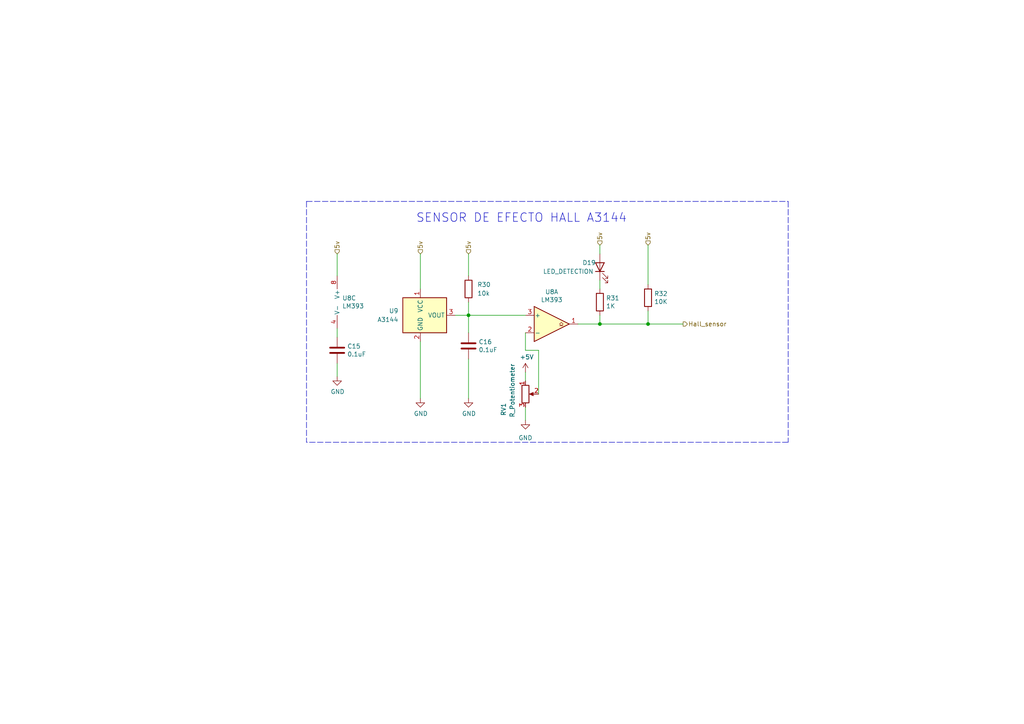
<source format=kicad_sch>
(kicad_sch (version 20211123) (generator eeschema)
  (paper "A4")
  (lib_symbols
    (symbol "Comparator:LM393" (pin_names (offset 0.127))
      (property "Reference" "U" (at 3.81 3.81 0))
      (property "Value" "LM393" (at 6.35 -3.81 0))
      (symbol "LM393_1_1"
        (polyline (pts (xy -5.08 5.08) (xy 5.08 0) (xy -5.08 -5.08) (xy -5.08 5.08)) (stroke (width 0.254)) (fill (type background)))
        (polyline (pts (xy 3.302 -0.508) (xy 2.794 -0.508) (xy 3.302 0) (xy 2.794 0.508) (xy 2.286 0) (xy 2.794 -0.508) (xy 2.286 -0.508)) (stroke (width 0.127)))
        (pin open_collector line (at 7.62 0 180) (length 2.54) (name "~") (number "1"))
        (pin input line (at -7.62 -2.54 0) (length 2.54) (name "-") (number "2"))
        (pin input line (at -7.62 2.54 0) (length 2.54) (name "+") (number "3"))
      )
      (symbol "LM393_2_1"
        (polyline (pts (xy -5.08 5.08) (xy 5.08 0) (xy -5.08 -5.08) (xy -5.08 5.08)) (stroke (width 0.254)) (fill (type background)))
        (polyline (pts (xy 3.302 -0.508) (xy 2.794 -0.508) (xy 3.302 0) (xy 2.794 0.508) (xy 2.286 0) (xy 2.794 -0.508) (xy 2.286 -0.508)) (stroke (width 0.127)))
        (pin input line (at -7.62 2.54 0) (length 2.54) (name "+") (number "5"))
        (pin input line (at -7.62 -2.54 0) (length 2.54) (name "_") (number "6"))
        (pin open_collector line (at 7.62 0 180) (length 2.54) (name "~") (number "7"))
      )
      (symbol "LM393_3_1"
        (pin power_in line (at -2.54 -7.62 90) (length 3.81) (name "V-") (number "4"))
        (pin power_in line (at -2.54 7.62 270) (length 3.81) (name "V+") (number "8"))
      )
    )
    (symbol "Device:C" (pin_numbers hide) (pin_names (offset 0.254))
      (property "Reference" "C" (at 0.635 2.54 0))
      (property "Value" "C" (at 0.635 -2.54 0))
      (symbol "C_0_1"
        (polyline (pts (xy -2.032 -0.762) (xy 2.032 -0.762)) (stroke (width 0.508)))
        (polyline (pts (xy -2.032 0.762) (xy 2.032 0.762)) (stroke (width 0.508)))
      )
      (symbol "C_1_1"
        (pin passive line (at 0 3.81 270) (length 2.794) (name "~") (number "1"))
        (pin passive line (at 0 -3.81 90) (length 2.794) (name "~") (number "2"))
      )
    )
    (symbol "Device:LED" (pin_numbers hide) (pin_names (offset 1.016) hide)
      (property "Reference" "D" (at 0 2.54 0))
      (property "Value" "LED" (at 0 -2.54 0))
      (symbol "LED_0_1"
        (polyline (pts (xy -1.27 -1.27) (xy -1.27 1.27)) (stroke (width 0.254)))
        (polyline (pts (xy -1.27 0) (xy 1.27 0)))
        (polyline (pts (xy 1.27 -1.27) (xy 1.27 1.27) (xy -1.27 0) (xy 1.27 -1.27)) (stroke (width 0.254)))
        (polyline (pts (xy -3.048 -0.762) (xy -4.572 -2.286) (xy -3.81 -2.286) (xy -4.572 -2.286) (xy -4.572 -1.524)))
        (polyline (pts (xy -1.778 -0.762) (xy -3.302 -2.286) (xy -2.54 -2.286) (xy -3.302 -2.286) (xy -3.302 -1.524)))
      )
      (symbol "LED_1_1"
        (pin passive line (at -3.81 0 0) (length 2.54) (name "K") (number "1"))
        (pin passive line (at 3.81 0 180) (length 2.54) (name "A") (number "2"))
      )
    )
    (symbol "Device:R" (pin_numbers hide) (pin_names (offset 0))
      (property "Reference" "R" (at 2.032 0 90))
      (property "Value" "R" (at 0 0 90))
      (symbol "R_0_1"
        (rectangle (start -1.016 -2.54) (end 1.016 2.54) (stroke (width 0.254)))
      )
      (symbol "R_1_1"
        (pin passive line (at 0 3.81 270) (length 1.27) (name "~") (number "1"))
        (pin passive line (at 0 -3.81 90) (length 1.27) (name "~") (number "2"))
      )
    )
    (symbol "Device:R_Potentiometer" (pin_names (offset 1.016) hide)
      (property "Reference" "RV" (at -4.445 0 90))
      (property "Value" "R_Potentiometer" (at -2.54 0 90))
      (symbol "R_Potentiometer_0_1"
        (polyline (pts (xy 2.54 0) (xy 1.524 0)))
        (polyline (pts (xy 1.143 0) (xy 2.286 0.508) (xy 2.286 -0.508) (xy 1.143 0)) (fill (type outline)))
        (rectangle (start 1.016 2.54) (end -1.016 -2.54) (stroke (width 0.254)))
      )
      (symbol "R_Potentiometer_1_1"
        (pin passive line (at 0 3.81 270) (length 1.27) (name "1") (number "1"))
        (pin passive line (at 3.81 0 180) (length 1.27) (name "2") (number "2"))
        (pin passive line (at 0 -3.81 90) (length 1.27) (name "3") (number "3"))
      )
    )
    (symbol "Sensor_Current:A1369xUA-10"
      (property "Reference" "U" (at 8.89 6.35 0))
      (property "Value" "A1369xUA-10" (at 8.89 3.81 0))
      (symbol "A1369xUA-10_0_1"
        (rectangle (start -5.08 5.08) (end 7.62 -5.08) (stroke (width 0.254)) (fill (type background)))
      )
      (symbol "A1369xUA-10_1_1"
        (pin power_in line (at 0 7.62 270) (length 2.54) (name "VCC") (number "1"))
        (pin power_in line (at 0 -7.62 90) (length 2.54) (name "GND") (number "2"))
        (pin output line (at 10.16 0 180) (length 2.54) (name "VOUT") (number "3"))
      )
    )
    (symbol "power:+5V" (power) (pin_names (offset 0))
      (property "Value" "+5V" (at 0 3.556 0))
      (symbol "+5V_0_1"
        (polyline (pts (xy -0.762 1.27) (xy 0 2.54)))
        (polyline (pts (xy 0 0) (xy 0 2.54)))
        (polyline (pts (xy 0 2.54) (xy 0.762 1.27)))
      )
      (symbol "+5V_1_1"
        (pin power_in line (at 0 0 90) (length 0) hide (name "+5V") (number "1"))
      )
    )
    (symbol "power:GND" (power) (pin_names (offset 0))
      (property "Value" "GND" (at 0 -3.81 0))
      (symbol "GND_0_1"
        (polyline (pts (xy 0 0) (xy 0 -1.27) (xy 1.27 -1.27) (xy 0 -2.54) (xy -1.27 -1.27) (xy 0 -1.27)))
      )
      (symbol "GND_1_1"
        (pin power_in line (at 0 0 270) (length 0) hide (name "GND") (number "1"))
      )
    )
  )
  (junction (at 173.99 93.98))
  (junction (at 187.96 93.98))
  (junction (at 135.89 91.44))
  (wire (pts (xy 152.4 101.6) (xy 152.4 96.52)))
  (wire (pts (xy 135.89 115.57) (xy 135.89 104.14)))
  (wire (pts (xy 187.96 93.98) (xy 173.99 93.98)))
  (wire (pts (xy 135.89 87.63) (xy 135.89 91.44)))
  (wire (pts (xy 135.89 73.66) (xy 135.89 80.01)))
  (wire (pts (xy 132.08 91.44) (xy 135.89 91.44)))
  (wire (pts (xy 121.92 115.57) (xy 121.92 99.06)))
  (wire (pts (xy 121.92 73.66) (xy 121.92 83.82)))
  (wire (pts (xy 173.99 71.12) (xy 173.99 73.66)))
  (polyline (pts (xy 228.6 58.42) (xy 228.6 128.27)))
  (polyline (pts (xy 88.9 58.42) (xy 88.9 128.27)))
  (wire (pts (xy 97.79 95.25) (xy 97.79 97.79)))
  (wire (pts (xy 198.12 93.98) (xy 187.96 93.98)))
  (wire (pts (xy 173.99 81.28) (xy 173.99 83.82)))
  (wire (pts (xy 156.21 114.3) (xy 156.21 101.6)))
  (wire (pts (xy 152.4 107.95) (xy 152.4 110.49)))
  (wire (pts (xy 135.89 91.44) (xy 152.4 91.44)))
  (polyline (pts (xy 88.9 58.42) (xy 228.6 58.42)))
  (wire (pts (xy 173.99 91.44) (xy 173.99 93.98)))
  (wire (pts (xy 152.4 118.11) (xy 152.4 121.92)))
  (wire (pts (xy 187.96 71.12) (xy 187.96 82.55)))
  (wire (pts (xy 97.79 105.41) (xy 97.79 109.22)))
  (wire (pts (xy 173.99 93.98) (xy 167.64 93.98)))
  (wire (pts (xy 156.21 101.6) (xy 152.4 101.6)))
  (polyline (pts (xy 228.6 128.27) (xy 88.9 128.27)))
  (wire (pts (xy 187.96 90.17) (xy 187.96 93.98)))
  (wire (pts (xy 135.89 96.52) (xy 135.89 91.44)))
  (wire (pts (xy 97.79 73.66) (xy 97.79 80.01)))
  (text "SENSOR DE EFECTO HALL A3144" (at 120.65 64.77 0) (effects (font (size 2.4892 2.4892)) (justify left bottom)))
  (hierarchical_label "5v" (shape input) (at 97.79 73.66 90))
  (hierarchical_label "5v" (shape input) (at 121.92 73.66 90))
  (hierarchical_label "5v" (shape input) (at 135.89 73.66 90))
  (hierarchical_label "Hall_sensor" (shape output) (at 198.12 93.98 0))
  (hierarchical_label "5v" (shape input) (at 173.99 71.12 90))
  (hierarchical_label "5v" (shape input) (at 187.96 71.12 90))
  (symbol (lib_id "Device:R") (at 173.99 87.63 0) (unit 1)
    (property "Reference" "R31" (at 175.768 86.4616 0) (effects (justify left)))
    (property "Value" "1K" (at 175.768 88.773 0) (effects (justify left)))
    (property "Footprint" "Resistor_SMD:R_1206_3216Metric_Pad1.30x1.75mm_HandSolder" (effects hide))
  )
  (symbol (lib_id "Device:C") (at 135.89 100.33 0) (unit 1)
    (property "Reference" "C16" (at 138.811 99.1616 0) (effects (justify left)))
    (property "Value" "0.1uF" (at 138.811 101.473 0) (effects (justify left)))
    (property "Footprint" "Capacitor_SMD:C_1206_3216Metric_Pad1.33x1.80mm_HandSolder" (effects hide))
  )
  (symbol (lib_id "Comparator:LM393") (at 100.33 87.63 0) (unit 3)
    (property "Reference" "U8" (at 99.2632 86.4616 0) (effects (justify left)))
    (property "Value" "LM393" (at 99.2632 88.773 0) (effects (justify left)))
    (property "Footprint" "Package_SO:SOIC-8_3.9x4.9mm_P1.27mm" (effects hide))
    (property "Datasheet" "http://www.ti.com/lit/ds/symlink/lm393-n.pdf" (effects hide))
  )
  (symbol (lib_id "Comparator:LM393") (at 160.02 93.98 0) (unit 1)
    (property "Reference" "U8" (at 160.02 84.6582 0))
    (property "Value" "LM393" (at 160.02 86.9696 0))
    (property "Footprint" "Package_SO:SOIC-8_3.9x4.9mm_P1.27mm" (effects hide))
    (property "Datasheet" "http://www.ti.com/lit/ds/symlink/lm393-n.pdf" (effects hide))
  )
  (symbol (lib_id "power:GND") (at 121.92 115.57 0) (unit 1)
    (property "Reference" "#PWR0105" (effects hide))
    (property "Value" "GND" (at 122.047 119.9642 0))
  )
  (symbol (lib_id "Device:R") (at 187.96 86.36 0) (unit 1)
    (property "Reference" "R32" (at 189.738 85.1916 0) (effects (justify left)))
    (property "Value" "10K" (at 189.738 87.503 0) (effects (justify left)))
    (property "Footprint" "Resistor_SMD:R_1206_3216Metric_Pad1.30x1.75mm_HandSolder" (effects hide))
  )
  (symbol (lib_id "Device:R_Potentiometer") (at 152.4 114.3 0) (unit 1)
    (property "Reference" "RV1" (at 146.05 116.84 90) (effects (justify right)))
    (property "Value" "R_Potentiometer" (at 148.59 105.41 90) (effects (justify right)))
    (property "Footprint" "Potentiometer_SMD:Potentiometer_ACP_CA6-VSMD_Vertical" (effects hide))
  )
  (symbol (lib_id "Sensor_Current:A1369xUA-10") (at 121.92 91.44 0) (unit 1)
    (property "Reference" "U9" (at 115.57 90.1699 0) (effects (justify right)))
    (property "Value" "A3144" (at 115.57 92.7099 0) (effects (justify right)))
    (property "Footprint" "Sensor_Current:Allegro_SIP-3" (effects hide))
    (property "Datasheet" "http://www.allegromicro.com/~/media/Files/Datasheets/A1369-Datasheet.ashx?la=en" (effects hide))
  )
  (symbol (lib_id "Device:LED") (at 173.99 77.47 90) (unit 1)
    (property "Reference" "D19" (at 168.91 76.2 90) (effects (justify right)))
    (property "Value" "LED_DETECTION" (at 157.48 78.74 90) (effects (justify right)))
    (property "Footprint" "LED_SMD:LED_1206_3216Metric_Pad1.42x1.75mm_HandSolder" (effects hide))
  )
  (symbol (lib_id "Device:C") (at 97.79 101.6 0) (unit 1)
    (property "Reference" "C15" (at 100.711 100.4316 0) (effects (justify left)))
    (property "Value" "0.1uF" (at 100.711 102.743 0) (effects (justify left)))
    (property "Footprint" "Capacitor_SMD:C_1206_3216Metric_Pad1.33x1.80mm_HandSolder" (effects hide))
  )
  (symbol (lib_id "Device:R") (at 135.89 83.82 0) (unit 1)
    (property "Reference" "R30" (at 138.43 82.5499 0) (effects (justify left)))
    (property "Value" "10k" (at 138.43 85.0899 0) (effects (justify left)))
    (property "Footprint" "Resistor_SMD:R_1206_3216Metric_Pad1.30x1.75mm_HandSolder" (effects hide))
  )
  (symbol (lib_id "power:+5V") (at 152.4 107.95 0) (unit 1)
    (property "Reference" "#PWR0102" (effects hide))
    (property "Value" "+5V" (at 152.781 103.5558 0))
  )
  (symbol (lib_id "power:GND") (at 152.4 121.92 0) (unit 1)
    (property "Reference" "#PWR0103" (effects hide))
    (property "Value" "GND" (at 152.4 127 0))
  )
  (symbol (lib_id "power:GND") (at 135.89 115.57 0) (unit 1)
    (property "Reference" "#PWR0106" (effects hide))
    (property "Value" "GND" (at 136.017 119.9642 0))
  )
  (symbol (lib_id "power:GND") (at 97.79 109.22 0) (unit 1)
    (property "Reference" "#PWR0104" (effects hide))
    (property "Value" "GND" (at 97.917 113.6142 0))
  )
)
</source>
